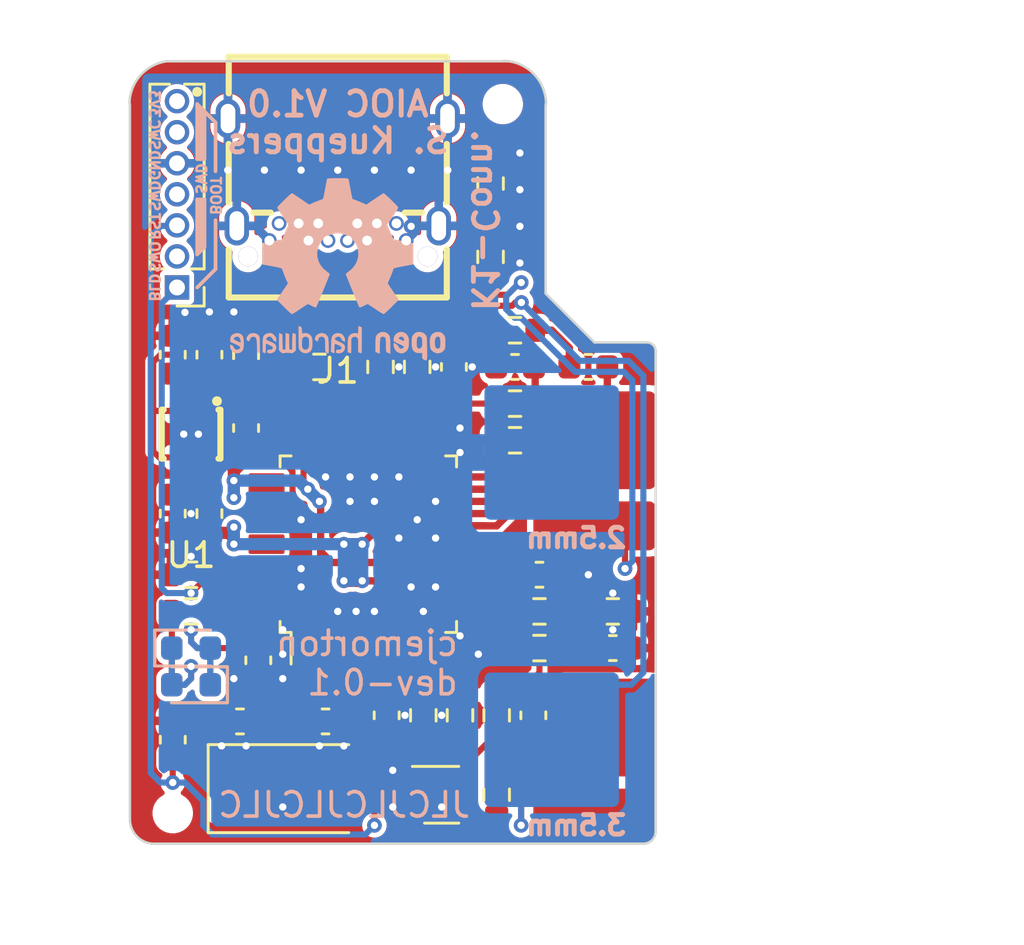
<source format=kicad_pcb>
(kicad_pcb (version 20241229) (generator "pcbnew") (generator_version "9.0")
  (layers (0 "F.Cu" signal) (2 "B.Cu" signal) (13 "F.Paste" user) (15 "B.Paste" user) (5 "F.SilkS" user "F.Silkscreen") (7 "B.SilkS" user "B.Silkscreen") (1 "F.Mask" user) (3 "B.Mask" user) (25 "Edge.Cuts" user))
  (net 0 "")
  (net 1 "GND")
  (net 2 "/OSCIN")
  (net 3 "/OSCOUT")
  (net 4 "Net-(U1-BYP)")
  (net 5 "Net-(U1-VOUT2)")
  (net 6 "Net-(D1-A)")
  (net 7 "Net-(D1-K)")
  (net 10 "/SWCLK")
  (net 11 "Net-(J1-CC2)")
  (net 14 "Net-(J1-CC1)")
  (net 20 "/SWDIO")
  (net 21 "/USB-DP")
  (net 22 "/USB-DN")
  (net 24 "Net-(Q1B-C2)")
  (net 25 "Net-(Q1B-B2)")
  (net 26 "+3V3")
  (net 27 "+3.3VA")
  (net 28 "/VIN")
  (net 29 "/VBUS")
  (net 30 "Net-(C12-Pad1)")
  (net 31 "Net-(C14-Pad1)")
  (net 32 "/USART-RX")
  (net 33 "Net-(Q1A-C1)")
  (net 34 "Net-(Q1A-B1)")
  (net 35 "/USART-TX")
  (net 36 "/PTT1")
  (net 37 "/PTT2")
  (net 38 "/AFIN")
  (net 39 "/RADIO-MIC")
  (net 40 "/RADIO-SPK")
  (net 41 "/AFOUT")
  (net 42 "/RADIO-RX-PTT1")
  (net 43 "/RADIO-TX")
  (net 44 "/RADIO-VP-PTT2")
  (net 45 "/NRST")
  (net 46 "/SWO")
  (net 47 "/BOOT0")
  (net 48 "Net-(U2-PB8)")
  (net 56 "/DAC_ATTEN")
  (footprint "Resistor_SMD:R_0603_1608Metric" (layer "F.Cu") (at 119.75 102 180)
    (property "Reference" "R2" (hide yes))
    (property "Value" "10K")
  )
  (footprint "LED_SMD:LED_0603_1608Metric" (layer "F.Cu") (at 105.5 105 180)
    (property "Reference" "D2" (hide yes))
    (property "Value" "RED")
  )
  (footprint "Capacitor_SMD:C_0603_1608Metric" (layer "F.Cu") (at 118.75 92 180)
    (property "Reference" "C11" (hide yes))
    (property "Value" "10n/NP0")
  )
  (footprint "Resistor_SMD:R_0603_1608Metric" (layer "F.Cu") (at 105.5 102)
    (property "Reference" "R15" (hide yes))
    (property "Value" "220R")
  )
  (footprint "C5178545:TYPE-C-SMD_TYPE-C-24P-QCHT" (layer "F.Cu") (at 111.5 85 180)
    (property "Reference" "J1")
    (property "Value" "HX TYPE-C 24P QCHT")
  )
  (footprint "Capacitor_SMD:C_0603_1608Metric" (layer "F.Cu") (at 107.5 106.5 180)
    (property "Reference" "C1" (hide yes))
    (property "Value" "22p/NP0")
  )
  (footprint "LED_SMD:LED_0603_1608Metric" (layer "F.Cu") (at 105.5 103.5)
    (property "Reference" "D1" (hide yes))
    (property "Value" "GREEN")
  )
  (footprint "Capacitor_SMD:C_0603_1608Metric" (layer "F.Cu") (at 113.5 106.25 -90)
    (property "Reference" "C9" (hide yes))
    (property "Value" "100n")
  )
  (footprint "Capacitor_SMD:C_0603_1608Metric" (layer "F.Cu") (at 122.75 103.5)
    (property "Reference" "C12" (hide yes))
    (property "Value" "100n")
  )
  (footprint "Resistor_SMD:R_0603_1608Metric" (layer "F.Cu") (at 118 109.5 -90)
    (property "Reference" "R13" (hide yes))
    (property "Value" "22R")
  )
  (footprint "Inductor_SMD:L_0603_1608Metric" (layer "F.Cu") (at 107.75 91.5 90)
    (property "Reference" "FB2" (hide yes))
    (property "Value" "600R@100MHz")
  )
  (footprint "Resistor_SMD:R_0603_1608Metric" (layer "F.Cu") (at 114.75 92 -90)
    (property "Reference" "R8" (hide yes))
    (property "Value" "220R")
  )
  (footprint "Resistor_SMD:R_0603_1608Metric" (layer "F.Cu") (at 116.5 106.25 -90)
    (property "Reference" "R11" (hide yes))
    (property "Value" "2.2K")
  )
  (footprint "Resistor_SMD:R_0603_1608Metric" (layer "F.Cu") (at 113.25 92 -90)
    (property "Reference" "R9" (hide yes))
    (property "Value" "220R")
  )
  (footprint "Package_QFP:LQFP-48_7x7mm_P0.5mm" (layer "F.Cu") (at 112.75 99.25 90)
    (property "Reference" "U2" (hide yes))
    (property "Value" "STM32F302CBT6")
  )
  (footprint "Capacitor_SMD:C_0603_1608Metric" (layer "F.Cu") (at 106.25 91.5 90)
    (property "Reference" "C6" (hide yes))
    (property "Value" "4.7u/10V/X5R")
  )
  (footprint "Resistor_SMD:R_0603_1608Metric" (layer "F.Cu") (at 122.75 102 180)
    (property "Reference" "R4" (hide yes))
    (property "Value" "220R")
  )
  (footprint "Inductor_SMD:L_0603_1608Metric" (layer "F.Cu") (at 106.25 98 90)
    (property "Reference" "FB1" (hide yes))
    (property "Value" "600R@100MHz")
  )
  (footprint "Capacitor_SMD:C_0603_1608Metric" (layer "F.Cu") (at 104.75 91.5 90)
    (property "Reference" "C3" (hide yes))
    (property "Value" "100n")
  )
  (footprint "Capacitor_SMD:C_0603_1608Metric" (layer "F.Cu") (at 111 106.5)
    (property "Reference" "C2" (hide yes))
    (property "Value" "22p/NP0")
  )
  (footprint "Resistor_SMD:R_0603_1608Metric" (layer "F.Cu") (at 115 106.25 -90)
    (property "Reference" "R10" (hide yes))
    (property "Value" "2.2K")
  )
  (footprint "Capacitor_SMD:C_0603_1608Metric" (layer "F.Cu") (at 107.75 94.5 90)
    (property "Reference" "C4" (hide yes))
    (property "Value" "4.7u/10V/X5R")
  )
  (footprint "Resistor_SMD:R_0603_1608Metric" (layer "F.Cu") (at 110.75 92)
    (property "Reference" "R1" (hide yes))
    (property "Value" "1.5K")
  )
  (footprint "Capacitor_SMD:C_0603_1608Metric" (layer "F.Cu") (at 104.75 98 -90)
    (property "Reference" "C5" (hide yes))
    (property "Value" "4.7u/10V/X5R")
  )
  (footprint "Package_TO_SOT_SMD:SOT-363_SC-70-6" (layer "F.Cu") (at 115.75 109.5)
    (property "Reference" "Q1" (hide yes))
    (property "Value" "BC847BS")
  )
  (footprint "Capacitor_SMD:C_0603_1608Metric" (layer "F.Cu") (at 121.75 92)
    (property "Reference" "C14" (hide yes))
    (property "Value" "4.7u/10V/X5R")
  )
  (footprint "Resistor_SMD:R_0603_1608Metric" (layer "F.Cu") (at 119.75 103.5 180)
    (property "Reference" "R17" (hide yes))
    (property "Value" "N.M.")
  )
  (footprint "Resistor_SMD:R_0603_1608Metric" (layer "F.Cu") (at 118.75 90.5)
    (property "Reference" "R5" (hide yes))
    (property "Value" "2.2K")
  )
  (footprint "Capacitor_SMD:C_0603_1608Metric" (layer "F.Cu") (at 104.75 107.25 90)
    (property "Reference" "C15" (hide yes))
    (property "Value" "100n")
  )
  (footprint "Capacitor_SMD:C_0603_1608Metric" (layer "F.Cu") (at 119.75 100.5)
    (property "Reference" "C7" (hide yes))
    (property "Value" "4.7u/10V/X5R")
  )
  (footprint "Connector_PinHeader_1.27mm:PinHeader_1x07_P1.27mm_Vertical" (layer "F.Cu") (at 104.925 88.75 180)
    (property "Reference" "J2" (hide yes))
    (property "Value" "Conn_01x07_Male")
  )
  (footprint "Capacitor_SMD:C_0603_1608Metric" (layer "F.Cu") (at 108.25 104 -90)
    (property "Reference" "C8" (hide yes))
    (property "Value" "100n")
  )
  (footprint "C144168:MLF-8_L2.0-W2.0-P0.50-BL-EP" (layer "F.Cu") (at 105.5 94.75 180)
    (property "Reference" "U1")
    (property "Value" "MIC5330-SSYML-TR")
  )
  (footprint "Resistor_SMD:R_0603_1608Metric" (layer "F.Cu") (at 118.75 93.5)
    (property "Reference" "R16" (hide yes))
    (property "Value" "5.1K")
  )
  (footprint "Resistor_SMD:R_0603_1608Metric" (layer "F.Cu") (at 118.75 95)
    (property "Reference" "R3" (hide yes))
    (property "Value" "5.1K")
  )
  (footprint "AIOC:TOOLING-HOLE" (layer "F.Cu") (at 104.75 110.25)
    (property "Reference" "H2" (hide yes))
    (property "Value" "ToolingHole")
  )
  (footprint "Capacitor_SMD:C_0603_1608Metric" (layer "F.Cu") (at 116.25 92 90)
    (property "Reference" "C10" (hide yes))
    (property "Value" "4.7u/10V/X5R")
  )
  (footprint "Resistor_SMD:R_0603_1608Metric" (layer "F.Cu") (at 105.5 100.5)
    (property "Reference" "R14" (hide yes))
    (property "Value" "2.2K")
  )
  (footprint "Resistor_SMD:R_0603_1608Metric" (layer "F.Cu") (at 117.75 84.5 -90)
    (property "Reference" "R6" (hide yes))
    (property "Value" "5.1K")
  )
  (footprint "AIOC:TOOLING-HOLE" (layer "F.Cu") (at 118.25 81.25)
    (property "Reference" "H1" (hide yes))
    (property "Value" "ToolingHole")
  )
  (footprint "Capacitor_SMD:C_0603_1608Metric" (layer "F.Cu") (at 119.5 106.25 -90)
    (property "Reference" "C13" (hide yes))
    (property "Value" "4.7u/10V/X5R")
  )
  (footprint "AIOC:Crystal_SMD_5032-2Pin_5.0x3.2mm" (layer "F.Cu") (at 109.25 109.25)
    (property "Reference" "Y1" (hide yes))
    (property "Value" "8MHz/20pF")
  )
  (footprint "Resistor_SMD:R_0603_1608Metric" (layer "F.Cu") (at 118 106.25 -90)
    (property "Reference" "R12" (hide yes))
    (property "Value" "22R")
  )
  (footprint "Resistor_SMD:R_0603_1608Metric" (layer "F.Cu") (at 117.75 87.5 90)
    (property "Reference" "R7" (hide yes))
    (property "Value" "5.1K")
  )
  (footprint "LED_SMD:LED_0603_1608Metric" (layer "B.Cu") (at 105.5 105 180)
    (property "Reference" "D4" (hide yes))
    (property "Value" "N.M.")
  )
  (footprint "LED_SMD:LED_0603_1608Metric" (layer "B.Cu") (at 105.5 103.5)
    (property "Reference" "D3" (hide yes))
    (property "Value" "N.M.")
  )
  (footprint "Symbol:OSHW-Logo2_9.8x8mm_SilkScreen" (layer "B.Cu") (at 111.5 88 180)
    (property "Reference" "REF**" (hide yes))
    (property "Value" "OSHW-Logo2_9.8x8mm_SilkScreen" (hide yes))
  )
  (gr_circle (center 105.75 80.75) (end 105.85 80.75) (stroke (width 0.2)) (fill no) (layer "F.SilkS"))
  (gr_line (start 105.9 85.15) (end 105.9 87.25) (stroke (width 0.15)) (layer "B.SilkS"))
  (gr_line (start 105.75 87.4) (end 105.75 85.15) (stroke (width 0.15)) (layer "B.SilkS"))
  (gr_line (start 105.75 85.15) (end 106.05 85.15) (stroke (width 0.15)) (layer "B.SilkS"))
  (gr_line (start 105.75 88.75) (end 106.5 88) (stroke (width 0.15)) (layer "B.SilkS"))
  (gr_line (start 105.75 81.25) (end 106.5 82) (stroke (width 0.15)) (layer "B.SilkS"))
  (gr_line (start 105.75 83.5) (end 105.75 81.25) (stroke (width 0.15)) (layer "B.SilkS"))
  (gr_line (start 106.5 82) (end 106.5 84) (stroke (width 0.15)) (layer "B.SilkS"))
  (gr_line (start 105.75 83.5) (end 106.05 83.5) (stroke (width 0.15)) (layer "B.SilkS"))
  (gr_line (start 106.5 88) (end 106.5 86) (stroke (width 0.15)) (layer "B.SilkS"))
  (gr_line (start 106.05 87.1) (end 106.05 85.15) (stroke (width 0.15)) (layer "B.SilkS"))
  (gr_line (start 105.75 87.4) (end 106.05 87.1) (stroke (width 0.15)) (layer "B.SilkS"))
  (gr_line (start 105.9 81.4) (end 105.9 83.5) (stroke (width 0.15)) (layer "B.SilkS"))
  (gr_line (start 106.05 83.5) (end 106.05 81.55) (stroke (width 0.15)) (layer "B.SilkS"))
  (gr_line (start 120 89) (end 120 81.25) (stroke (width 0.1)) (layer "Edge.Cuts"))
  (gr_line (start 103 110.5) (end 103 81.25) (stroke (width 0.1)) (layer "Edge.Cuts"))
  (gr_line (start 122 91) (end 124.1464 91) (stroke (width 0.1)) (layer "Edge.Cuts"))
  (gr_line (start 124.5 91.360455) (end 124.5 111) (stroke (width 0.1)) (layer "Edge.Cuts"))
  (gr_line (start 124 111.5) (end 103.895124 111.5) (stroke (width 0.1)) (layer "Edge.Cuts"))
  (gr_arc (start 124.5 111) (mid 124.353553 111.353553) (end 124 111.5) (stroke (width 0.1)) (layer "Edge.Cuts"))
  (gr_line (start 122 91) (end 120 89) (stroke (width 0.1)) (layer "Edge.Cuts"))
  (gr_arc (start 118.25 79.482233) (mid 119.5 80) (end 120.017767 81.25) (stroke (width 0.1)) (layer "Edge.Cuts"))
  (gr_arc (start 102.982233 81.25) (mid 103.414533 80.091756) (end 104.5 79.5) (stroke (width 0.1)) (layer "Edge.Cuts"))
  (gr_line (start 105.5 79.5) (end 118.5 79.5) (stroke (width 0.1)) (layer "Edge.Cuts"))
  (gr_arc (start 124.146447 91) (mid 124.396447 91.103553) (end 124.5 91.353553) (stroke (width 0.1)) (layer "Edge.Cuts"))
  (gr_line (start 105.75 79.5) (end 104.5 79.5) (stroke (width 0.1)) (layer "Edge.Cuts"))
  (gr_arc (start 103.89512 111.5) (mid 103.256467 111.171051) (end 103 110.5) (stroke (width 0.1)) (layer "Edge.Cuts"))
  (gr_text "RST" (at 104 86.25 270) (layer "B.SilkS") (effects (font (size 0.4 0.4) (thickness 0.1)) (justify mirror)))
  (gr_text "SWD" (at 104 85 270) (layer "B.SilkS") (effects (font (size 0.4 0.4) (thickness 0.1)) (justify mirror)))
  (gr_text "SWO" (at 104 87.5 270) (layer "B.SilkS") (effects (font (size 0.4 0.4) (thickness 0.1)) (justify mirror)))
  (gr_text "GND" (at 104 83.75 270) (layer "B.SilkS") (effects (font (size 0.4 0.4) (thickness 0.1)) (justify mirror)))
  (gr_text "JLCJLCJLCJLC" (at 117 110.5 0) (layer "B.SilkS") (effects (font (size 1 1)) (justify left bottom mirror)))
  (gr_text "BLD" (at 104 88.75 270) (layer "B.SilkS") (effects (font (size 0.4 0.4) (thickness 0.1)) (justify mirror)))
  (gr_text "3V3" (at 104 81.25 270) (layer "B.SilkS") (effects (font (size 0.4 0.4) (thickness 0.1)) (justify mirror)))
  (gr_text "AIOC V1.0" (at 111.5 81.25 0) (layer "B.SilkS") (effects (font (size 1 1) (thickness 0.2)) (justify mirror)))
  (gr_text "3.5mm" (at 121.25 110.75 0) (layer "B.SilkS") (effects (font (size 0.8 0.8) (thickness 0.2)) (justify mirror)))
  (gr_text "SWD" (at 105.9 84.3 270) (layer "B.SilkS") (effects (font (size 0.4 0.4) (thickness 0.1)) (justify mirror)))
  (gr_text "S. Kueppers" (at 111.5 82.75 0) (layer "B.SilkS") (effects (font (size 1 1) (thickness 0.2)) (justify mirror)))
  (gr_text "K1-Conn." (at 117.5 86 270) (layer "B.SilkS") (effects (font (size 1 1) (thickness 0.2)) (justify mirror)))
  (gr_text "cjemorton\ndev-0.1" (at 116.5 105.5 0) (layer "B.SilkS") (effects (font (size 1 1)) (justify left bottom mirror)))
  (gr_text "2.5mm" (at 121.25 99 0) (layer "B.SilkS") (effects (font (size 0.8 0.8) (thickness 0.2)) (justify mirror)))
  (gr_text "SWC" (at 104 82.5 270) (layer "B.SilkS") (effects (font (size 0.4 0.4) (thickness 0.1)) (justify mirror)))
  (gr_text "BOOT" (at 106.5 85 270) (layer "B.SilkS") (effects (font (size 0.4 0.4) (thickness 0.1)) (justify mirror)))
  (segment (start 108.75 89.02) (end 108.75 88.416813) (width 0.25) (layer "F.Cu") (net 1))
  (segment (start 113.5 102.5) (end 113.5 103.4125) (width 0.3) (layer "F.Cu") (net 1))
  (segment (start 105.75 93.775) (end 105.75 94.7) (width 0.25) (layer "F.Cu") (net 1))
  (segment (start 123.525 103.5) (end 123.525 102.05) (width 0.3) (layer "F.Cu") (net 1))
  (segment (start 113 102) (end 113.5 102.5) (width 0.3) (layer "F.Cu") (net 1))
  (segment (start 105.75 94.7) (end 105.8 94.75) (width 0.25) (layer "F.Cu") (net 1))
  (segment (start 109.5 101.5) (end 110 101) (width 0.3) (layer "F.Cu") (net 1))
  (segment (start 114.5 87.916813) (end 114.25 88.166813) (width 0.25) (layer "F.Cu") (net 1))
  (segment (start 114.25 89.02) (end 114.25 88.166813) (width 0.25) (layer "F.Cu") (net 1))
  (segment (start 123.525 102.05) (end 123.575 102) (width 0.25) (layer "F.Cu") (net 1))
  (segment (start 108.5875 101.5) (end 109.5 101.5) (width 0.3) (layer "F.Cu") (net 1))
  (via (at 114.25 106.25) (size 0.6) (drill 0.3) (layers "F.Cu" "B.Cu") (net 1))
  (via (at 115.5 97.5) (size 0.6) (drill 0.3) (layers "F.Cu" "B.Cu") (net 1))
  (via (at 113.00027 83.951369) (size 0.6) (drill 0.3) (layers "F.Cu" "B.Cu") (net 1))
  (via (at 105.8 94.75) (size 0.6) (drill 0.3) (layers "F.Cu" "B.Cu") (net 1))
  (via (at 116.5 94.5) (size 0.6) (drill 0.3) (layers "F.Cu" "B.Cu") (net 1))
  (via (at 118.95 83.25) (size 0.6) (drill 0.3) (layers "F.Cu" "B.Cu") (net 1))
  (via (at 107.75 107.5) (size 0.6) (drill 0.3) (layers "F.Cu" "B.Cu") (net 1))
  (via (at 115 102) (size 0.6) (drill 0.3) (layers "F.Cu" "B.Cu") (net 1))
  (via (at 113 96.5) (size 0.6) (drill 0.3) (layers "F.Cu" "B.Cu") (net 1))
  (via (at 110 100.25) (size 0.6) (drill 0.3) (layers "F.Cu" "B.Cu") (net 1))
  (via (at 118.95 84.75) (size 0.6) (drill 0.3) (layers "F.Cu" "B.Cu") (net 1))
  (via (at 109.25 103.75) (size 0.6) (drill 0.3) (layers "F.Cu" "B.Cu") (net 1))
  (via (at 112.25 102) (size 0.6) (drill 0.3) (layers "F.Cu" "B.Cu") (net 1))
  (via (at 107.25 89.75) (size 0.6) (drill 0.3) (layers "F.Cu" "B.Cu") (net 1))
  (via (at 113.75 110) (size 0.6) (drill 0.3) (layers "F.Cu" "B.Cu") (net 1))
  (via (at 110.75 107.5) (size 0.6) (drill 0.3) (layers "F.Cu" "B.Cu") (net 1))
  (via (at 112 97.5) (size 0.6) (drill 0.3) (layers "F.Cu" "B.Cu") (net 1))
  (via (at 105.25 89.769502) (size 0.6) (drill 0.3) (layers "F.Cu" "B.Cu") (net 1))
  (via (at 105.5 98) (size 0.6) (drill 0.3) (layers "F.Cu" "B.Cu") (net 1))
  (via (at 110 98.25) (size 0.6) (drill 0.3) (layers "F.Cu" "B.Cu") (net 1))
  (via (at 114 99) (size 0.6) (drill 0.3) (layers "F.Cu" "B.Cu") (net 1))
  (via (at 116.00027 83.951369) (size 0.6) (drill 0.3) (layers "F.Cu" "B.Cu") (net 1))
  (via (at 117 92) (size 0.6) (drill 0.3) (layers "F.Cu" "B.Cu") (net 1))
  (via (at 109.25 102.75) (size 0.6) (drill 0.3) (layers "F.Cu" "B.Cu") (net 1))
  (via (at 114.5 101) (size 0.6) (drill 0.3) (layers "F.Cu" "B.Cu") (net 1))
  (via (at 107 83.95) (size 0.6) (drill 0.3) (layers "F.Cu" "B.Cu") (net 1))
  (via (at 105.5 99.75) (size 0.6) (drill 0.3) (layers "F.Cu" "B.Cu") (net 1))
  (via (at 117.25 103.75) (size 0.6) (drill 0.3) (layers "F.Cu" "B.Cu") (net 1))
  (via (at 110 101) (size 0.6) (drill 0.3) (layers "F.Cu" "B.Cu") (net 1))
  (via (at 106.75 107.5) (size 0.6) (drill 0.3) (layers "F.Cu" "B.Cu") (net 1))
  (via (at 114 92) (size 0.6) (drill 0.3) (layers "F.Cu" "B.Cu") (net 1))
  (via (at 113 97.5) (size 0.6) (drill 0.3) (layers "F.Cu" "B.Cu") (net 1))
  (via (at 113 102) (size 0.6) (drill 0.3) (layers "F.Cu" "B.Cu") (net 1))
  (via (at 106.25 89.75) (size 0.6) (drill 0.3) (layers "F.Cu" "B.Cu") (net 1))
  (via (at 114.5 86.25) (size 0.6) (drill 0.3) (layers "F.Cu" "B.Cu") (net 1))
  (via (at 107.25 104.75) (size 0.6) (drill 0.3) (layers "F.Cu" "B.Cu") (net 1))
  (via (at 121.75 100.5) (size 0.6) (drill 0.3) (layers "F.Cu" "B.Cu") (net 1))
  (via (at 116.5 95.5) (size 0.6) (drill 0.3) (layers "F.Cu" "B.Cu") (net 1))
  (via (at 111.75 107.502432) (size 0.6) (drill 0.3) (layers "F.Cu" "B.Cu") (net 1))
  (via (at 114.75 98.25) (size 0.6) (drill 0.3) (layers "F.Cu" "B.Cu") (net 1))
  (via (at 115.75 110) (size 0.6) (drill 0.3) (layers "F.Cu" "B.Cu") (net 1))
  (via (at 114 96.5) (size 0.6) (drill 0.3) (layers "F.Cu" "B.Cu") (net 1))
  (via (at 113.75 108.5) (size 0.6) (drill 0.3) (layers "F.Cu" "B.Cu") (net 1))
  (via (at 114.4994 83.950576) (size 0.6) (drill 0.3) (layers "F.Cu" "B.Cu") (net 1))
  (via (at 112 96.5) (size 0.6) (drill 0.3) (layers "F.Cu" "B.Cu") (net 1))
  (via (at 108.50027 83.951369) (size 0.6) (drill 0.3) (layers "F.Cu" "B.Cu") (net 1))
  (via (at 105.2 94.75) (size 0.6) (drill 0.3) (layers "F.Cu" "B.Cu") (net 1))
  (via (at 116.5 103) (size 0.6) (drill 0.3) (layers "F.Cu" "B.Cu") (net 1))
  (via (at 111.50027 83.951369) (size 0.6) (drill 0.3) (layers "F.Cu" "B.Cu") (net 1))
  (via (at 122.75 101.25) (size 0.6) (drill 0.3) (layers "F.Cu" "B.Cu") (net 1))
  (via (at 115.5 99) (size 0.6) (drill 0.3) (layers "F.Cu" "B.Cu") (net 1))
  (via (at 109.25 110) (size 0.6) (drill 0.3) (layers "F.Cu" "B.Cu") (net 1))
  (via (at 111 96.5) (size 0.6) (drill 0.3) (layers "F.Cu" "B.Cu") (net 1))
  (via (at 115.5 101) (size 0.6) (drill 0.3) (layers "F.Cu" "B.Cu") (net 1))
  (via (at 111.5 102) (size 0.6) (drill 0.3) (layers "F.Cu" "B.Cu") (net 1))
  (via (at 118.95 86.25) (size 0.6) (drill 0.3) (layers "F.Cu" "B.Cu") (net 1))
  (via (at 109.25 104.75) (size 0.6) (drill 0.3) (layers "F.Cu" "B.Cu") (net 1))
  (via (at 115.5 92) (size 0.6) (drill 0.3) (layers "F.Cu" "B.Cu") (net 1))
  (via (at 118.95 87.75) (size 0.6) (drill 0.3) (layers "F.Cu" "B.Cu") (net 1))
  (via (at 110.00027 83.951369) (size 0.6) (drill 0.3) (layers "F.Cu" "B.Cu") (net 1))
  (via (at 122.75 102.75) (size 0.6) (drill 0.3) (layers "F.Cu" "B.Cu") (net 1))
  (via (at 115.75 106.25) (size 0.6) (drill 0.3) (layers "F.Cu" "B.Cu") (net 1))
  (segment (start 108.75 107.5) (end 108.75 109) (width 0.25) (layer "F.Cu") (net 2))
  (segment (start 108.5 109.25) (end 107.4 109.25) (width 0.25) (layer "F.Cu") (net 2))
  (segment (start 108.863604 106.5) (end 108.472183 106.5) (width 0.25) (layer "F.Cu") (net 2))
  (segment (start 108.275 106.75) (end 108.275 107.025) (width 0.25) (layer "F.Cu") (net 2))
  (segment (start 110.363604 105) (end 108.863604 106.5) (width 0.25) (layer "F.Cu") (net 2))
  (segment (start 112 104.363604) (end 111.363604 105) (width 0.25) (layer "F.Cu") (net 2))
  (segment (start 108.75 109) (end 108.5 109.25) (width 0.25) (layer "F.Cu") (net 2))
  (segment (start 112 103.4125) (end 112 104.363604) (width 0.25) (layer "F.Cu") (net 2))
  (segment (start 108.275 107.025) (end 108.75 107.5) (width 0.25) (layer "F.Cu") (net 2))
  (segment (start 111.363604 105) (end 110.363604 105) (width 0.25) (layer "F.Cu") (net 2))
  (segment (start 108.525 106.5) (end 108.275 106.75) (width 0.25) (layer "F.Cu") (net 2))
  (segment (start 112.5 104.5) (end 111.55 105.45) (width 0.25) (layer "F.Cu") (net 3))
  (segment (start 109.75 107.5) (end 109.75 109) (width 0.25) (layer "F.Cu") (net 3))
  (segment (start 110.225 107.025) (end 109.75 107.5) (width 0.25) (layer "F.Cu") (net 3))
  (segment (start 112.5 103.4125) (end 112.5 104.5) (width 0.25) (layer "F.Cu") (net 3))
  (segment (start 110.225 105.775) (end 110.225 107.025) (width 0.25) (layer "F.Cu") (net 3))
  (segment (start 110 109.25) (end 111.1 109.25) (width 0.25) (layer "F.Cu") (net 3))
  (segment (start 111.55 105.45) (end 110.55 105.45) (width 0.25) (layer "F.Cu") (net 3))
  (segment (start 110.55 105.45) (end 110.225 105.775) (width 0.25) (layer "F.Cu") (net 3))
  (segment (start 109.75 109) (end 110 109.25) (width 0.25) (layer "F.Cu") (net 3))
  (segment (start 105.25 93.775) (end 105.25 93.25) (width 0.25) (layer "F.Cu") (net 4))
  (segment (start 105.25 93.25) (end 104.75 92.75) (width 0.25) (layer "F.Cu") (net 4))
  (segment (start 104.75 92.75) (end 104.75 92.275) (width 0.25) (layer "F.Cu") (net 4))
  (segment (start 105.5 96.5) (end 105.5 97.175) (width 0.25) (layer "F.Cu") (net 5))
  (segment (start 105.75 95.725) (end 105.75 96.25) (width 0.25) (layer "F.Cu") (net 5))
  (segment (start 105.5 97.175) (end 105.5375 97.2125) (width 0.25) (layer "F.Cu") (net 5))
  (segment (start 106.25 97.2125) (end 105.5375 97.2125) (width 0.5) (layer "F.Cu") (net 5))
  (segment (start 105.5375 97.2125) (end 104.7625 97.2125) (width 0.5) (layer "F.Cu") (net 5))
  (segment (start 104.7625 97.2125) (end 104.75 97.225) (width 0.5) (layer "F.Cu") (net 5))
  (segment (start 105.75 96.25) (end 105.5 96.5) (width 0.25) (layer "F.Cu") (net 5))
  (segment (start 106.2875 105.05) (end 106.2875 103.55) (width 0.25) (layer "F.Cu") (net 6))
  (segment (start 107 103.5) (end 106.2875 103.5) (width 0.25) (layer "F.Cu") (net 6))
  (segment (start 107.25 103.25) (end 107 103.5) (width 0.25) (layer "F.Cu") (net 6))
  (segment (start 107.25 102.286396) (end 107.25 103.25) (width 0.25) (layer "F.Cu") (net 6))
  (segment (start 105.75 103.5) (end 106.2875 103.5) (width 0.25) (layer "F.Cu") (net 6))
  (segment (start 105.5 103.25) (end 105.75 103.5) (width 0.25) (layer "F.Cu") (net 6))
  (segment (start 107.525 102.011396) (end 107.25 102.286396) (width 0.25) (layer "F.Cu") (net 6))
  (segment (start 105.5 102.75) (end 105.5 103.25) (width 0.25) (layer "F.Cu") (net 6))
  (segment (start 107.525 101.111396) (end 107.525 102.011396) (width 0.25) (layer "F.Cu") (net 6))
  (segment (start 108.5875 101) (end 107.636396 101) (width 0.25) (layer "F.Cu") (net 6))
  (segment (start 107.636396 101) (end 107.525 101.111396) (width 0.25) (layer "F.Cu") (net 6))
  (via (at 105.5 102.75) (size 0.6) (drill 0.3) (layers "F.Cu" "B.Cu") (net 6))
  (segment (start 106.2875 103.5) (end 106.2875 105) (width 0.25) (layer "B.Cu") (net 6))
  (segment (start 105.5 102.75) (end 105.5 103.25) (width 0.25) (layer "B.Cu") (net 6))
  (segment (start 105.75 103.5) (end 106.2875 103.5) (width 0.25) (layer "B.Cu") (net 6))
  (segment (start 105.5 103.25) (end 105.75 103.5) (width 0.25) (layer "B.Cu") (net 6))
  (segment (start 105.25 105) (end 104.7125 105) (width 0.25) (layer "F.Cu") (net 7))
  (segment (start 105.5 104.75) (end 105.25 105) (width 0.25) (layer "F.Cu") (net 7))
  (segment (start 104.7125 105.05) (end 104.7125 102.0875) (width 0.25) (layer "F.Cu") (net 7))
  (segment (start 105.5 104.25) (end 105.5 104.75) (width 0.25) (layer "F.Cu") (net 7))
  (segment (start 104.7125 102.0875) (end 104.675 102.05) (width 0.25) (layer "F.Cu") (net 7))
  (via (at 105.5 104.25) (size 0.6) (drill 0.3) (layers "F.Cu" "B.Cu") (net 7))
  (segment (start 104.7125 103.5) (end 104.7125 105) (width 0.25) (layer "B.Cu") (net 7))
  (segment (start 105.25 105) (end 104.7125 105) (width 0.25) (layer "B.Cu") (net 7))
  (segment (start 105.5 104.75) (end 105.25 105) (width 0.25) (layer "B.Cu") (net 7))
  (segment (start 105.5 104.25) (end 105.5 104.75) (width 0.25) (layer "B.Cu") (net 7))
  (segment (start 111.575 92.625) (end 111.575 92) (width 0.25) (layer "F.Cu") (net 21))
  (segment (start 111.35 93.25) (end 111.35 92.85) (width 0.25) (layer "F.Cu") (net 21))
  (segment (start 111.35 92.85) (end 111.575 92.625) (width 0.25) (layer "F.Cu") (net 21))
  (segment (start 111.5 95.0875) (end 111.5 93.4) (width 0.3) (layer "F.Cu") (net 21))
  (segment (start 111.5 93.4) (end 111.35 93.25) (width 0.3) (layer "F.Cu") (net 21))
  (segment (start 117.1625 110.75) (end 117.5 110.4125) (width 0.25) (layer "F.Cu") (net 24))
  (segment (start 114.8 110.15) (end 114.8 110.55) (width 0.25) (layer "F.Cu") (net 24))
  (segment (start 114.8 110.55) (end 115 110.75) (width 0.25) (layer "F.Cu") (net 24))
  (segment (start 115 110.75) (end 117.1625 110.75) (width 0.25) (layer "F.Cu") (net 24))
  (segment (start 117.5 110.4125) (end 118 110.4125) (width 0.25) (layer "F.Cu") (net 24))
  (segment (start 116.7 109.5) (end 116.310661 109.5) (width 0.25) (layer "F.Cu") (net 25))
  (segment (start 116 109.189339) (end 116 108.25) (width 0.25) (layer "F.Cu") (net 25))
  (segment (start 116.5 107.075) (end 116.5 107.75) (width 0.25) (layer "F.Cu") (net 25))
  (segment (start 116.310661 109.5) (end 116 109.189339) (width 0.25) (layer "F.Cu") (net 25))
  (segment (start 116.5 107.75) (end 116 108.25) (width 0.25) (layer "F.Cu") (net 25))
  (segment (start 110.1 96.85) (end 110.75 97.5) (width 0.25) (layer "F.Cu") (net 26))
  (segment (start 110 102.25) (end 110.5 101.75) (width 0.3) (layer "F.Cu") (net 26))
  (segment (start 110.8 99.3) (end 110.8 101.45) (width 0.3) (layer "F.Cu") (net 26))
  (segment (start 108.25 102.75) (end 108.5875 102.4125) (width 0.25) (layer "F.Cu") (net 26))
  (segment (start 106.525 95.725) (end 107 95.25) (width 0.25) (layer "F.Cu") (net 26))
  (segment (start 110.25 102) (end 108.5875 102) (width 0.3) (layer "F.Cu") (net 26))
  (segment (start 110.8 99.55) (end 110.8 99.3) (width 0.3) (layer "F.Cu") (net 26))
  (segment (start 107.25 96.25) (end 107.75 95.75) (width 0.5) (layer "F.Cu") (net 26))
  (segment (start 107.725 95.25) (end 107.75 95.275) (width 0.25) (layer "F.Cu") (net 26))
  (segment (start 118 100) (end 116.9125 100) (width 0.3) (layer "F.Cu") (net 26))
  (segment (start 110 95.0875) (end 110 95.972919) (width 0.25) (layer "F.Cu") (net 26))
  (segment (start 108.6 92.65) (end 109.25 92) (width 0.25) (layer "F.Cu") (net 26))
  (segment (start 110.2745 97) (end 110.8 97.5255) (width 0.3) (layer "F.Cu") (net 26))
  (segment (start 116.9125 100) (end 111.25 100) (width 0.3) (layer "F.Cu") (net 26))
  (segment (start 111.25 100) (end 110.8 99.55) (width 0.3) (layer "F.Cu") (net 26))
  (segment (start 107.25 97.35) (end 107.25 96.25) (width 0.5) (layer "F.Cu") (net 26))
  (segment (start 110.8 97.5255) (end 110.8 99.3) (width 0.3) (layer "F.Cu") (net 26))
  (segment (start 106.25 95.725) (end 106.525 95.725) (width 0.25) (layer "F.Cu") (net 26))
  (segment (start 107.75 95.75) (end 107.75 95.275) (width 0.5) (layer "F.Cu") (net 26))
  (segment (start 118.5 100.5) (end 118 100) (width 0.3) (layer "F.Cu") (net 26))
  (segment (start 108.25 95.275) (end 108.6 94.925) (width 0.25) (layer "F.Cu") (net 26))
  (segment (start 110.5 101.75) (end 110.25 102) (width 0.3) (layer "F.Cu") (net 26))
  (segment (start 118.975 100.5) (end 118.5 100.5) (width 0.3) (layer "F.Cu") (net 26))
  (segment (start 110 95.972919) (end 110.1 96.072919) (width 0.25) (layer "F.Cu") (net 26))
  (segment (start 108.25 103.225) (end 108.25 102.75) (width 0.25) (layer "F.Cu") (net 26))
  (segment (start 107 95.25) (end 107.725 95.25) (width 0.25) (layer "F.Cu") (net 26))
  (segment (start 110 103.4125) (end 110 102.25) (width 0.3) (layer "F.Cu") (net 26))
  (segment (start 110.8 101.45) (end 110.5 101.75) (width 0.3) (layer "F.Cu") (net 26))
  (segment (start 107.75 95.275) (end 108.25 95.275) (width 0.25) (layer "F.Cu") (net 26))
  (segment (start 109.25 92) (end 109.925 92) (width 0.25) (layer "F.Cu") (net 26))
  (segment (start 108.6 94.925) (end 108.6 92.65) (width 0.25) (layer "F.Cu") (net 26))
  (segment (start 110.1 96.072919) (end 110.1 96.85) (width 0.25) (layer "F.Cu") (net 26))
  (segment (start 108.5875 102.4125) (end 108.5875 102) (width 0.25) (layer "F.Cu") (net 26))
  (via (at 110.2745 97) (size 0.6) (drill 0.3) (layers "F.Cu" "B.Cu") (net 26))
  (via (at 110.75 97.5) (size 0.6) (drill 0.3) (layers "F.Cu" "B.Cu") (net 26))
  (via (at 107.25 96.65) (size 0.6) (drill 0.3) (layers "F.Cu" "B.Cu") (net 26))
  (via (at 107.25 97.35) (size 0.6) (drill 0.3) (layers "F.Cu" "B.Cu") (net 26))
  (segment (start 110.2745 97) (end 110.25 97) (width 0.5) (layer "B.Cu") (net 26))
  (segment (start 107.25 96.65) (end 107.25 97.35) (width 0.5) (layer "B.Cu") (net 26))
  (segment (start 110.25 97) (end 110.75 97.5) (width 0.5) (layer "B.Cu") (net 26))
  (segment (start 107.25 96.65) (end 109.9 96.65) (width 0.5) (layer "B.Cu") (net 26))
  (segment (start 109.9 96.65) (end 110.75 97.5) (width 0.5) (layer "B.Cu") (net 26))
  (segment (start 107.25 98.55) (end 107.25 99) (width 0.5) (layer "F.Cu") (net 27))
  (segment (start 115.25 96.5) (end 116.9125 96.5) (width 0.3) (layer "F.Cu") (net 27))
  (segment (start 112.5 100.75) (end 113 100.75) (width 0.3) (layer "F.Cu") (net 27))
  (segment (start 112.5 100.75) (end 111.75 100.75) (width 0.5) (layer "F.Cu") (net 27))
  (segment (start 117.925 93.5) (end 116.25 93.5) (width 0.25) (layer "F.Cu") (net 27))
  (segment (start 114 103.4125) (end 114 104.5) (width 0.3) (layer "F.Cu") (net 27))
  (segment (start 115.5 95.0875) (end 115.5 96.25) (width 0.3) (layer "F.Cu") (net 27))
  (segment (start 113 100.75) (end 114 101.75) (width 0.3) (layer "F.Cu") (net 27))
  (segment (start 107.0375 98.7875) (end 107.25 99) (width 0.5) (layer "F.Cu") (net 27))
  (segment (start 115.25 96.5) (end 113.25 98.5) (width 0.3) (layer "F.Cu") (net 27))
  (segment (start 116.25 93.5) (end 116.25 92.8625) (width 0.3) (layer "F.Cu") (net 27))
  (segment (start 112.5 99.25) (end 111.75 99.25) (width 0.5) (layer "F.Cu") (net 27))
  (segment (start 113.25 98.5) (end 112.5 99.25) (width 0.3) (layer "F.Cu") (net 27))
  (segment (start 113.5 105) (end 113.5 105.3875) (width 0.3) (layer "F.Cu") (net 27))
  (segment (start 115.5 95.0875) (end 115.5 94.25) (width 0.3) (layer "F.Cu") (net 27))
  (segment (start 114 101.75) (end 114 103.4125) (width 0.3) (layer "F.Cu") (net 27))
  (segment (start 106.25 98.7875) (end 107.0375 98.7875) (width 0.5) (layer "F.Cu") (net 27))
  (segment (start 107.25 99) (end 107.25 99.25) (width 0.5) (layer "F.Cu") (net 27))
  (segment (start 115.5 94.25) (end 116.25 93.5) (width 0.3) (layer "F.Cu") (net 27))
  (segment (start 114 104.5) (end 113.5 105) (width 0.3) (layer "F.Cu") (net 27))
  (segment (start 115.5 96.25) (end 115.25 96.5) (width 0.3) (layer "F.Cu") (net 27))
  (via (at 111.75 99.25) (size 0.6) (drill 0.3) (layers "F.Cu" "B.Cu") (net 27))
  (via (at 112.5 99.25) (size 0.6) (drill 0.3) (layers "F.Cu" "B.Cu") (net 27))
  (via (at 107.25 99.25) (size 0.6) (drill 0.3) (layers "F.Cu" "B.Cu") (net 27))
  (via (at 111.75 100.75) (size 0.6) (drill 0.3) (layers "F.Cu" "B.Cu") (net 27))
  (via (at 107.25 98.55) (size 0.6) (drill 0.3) (layers "F.Cu" "B.Cu") (net 27))
  (via (at 112.5 100.75) (size 0.6) (drill 0.3) (layers "F.Cu" "B.Cu") (net 27))
  (segment (start 112.5 99.25) (end 112.5 100.75) (width 0.5) (layer "B.Cu") (net 27))
  (segment (start 107.25 99.25) (end 107.25 98.55) (width 0.5) (layer "B.Cu") (net 27))
  (segment (start 112.1 99.25) (end 112.1 100.75) (width 0.5) (layer "B.Cu") (net 27))
  (segment (start 111.75 99.25) (end 111.75 100.75) (width 0.5) (layer "B.Cu") (net 27))
  (segment (start 111.75 99.25) (end 107.25 99.25) (width 0.5) (layer "B.Cu") (net 27))
  (segment (start 111.75 99.25) (end 112.5 99.25) (width 0.5) (layer "B.Cu") (net 27))
  (segment (start 104.2 95.7) (end 103.95 95.45) (width 0.25) (layer "F.Cu") (net 28))
  (segment (start 103.95 91.8) (end 104.25 91.5) (width 0.25) (layer "F.Cu") (net 28))
  (segment (start 103.95 93.7) (end 103.95 91.8) (width 0.25) (layer "F.Cu") (net 28))
  (segment (start 104.75 95.7) (end 104.2 95.7) (width 0.25) (layer "F.Cu") (net 28))
  (segment (start 104.75 93.8) (end 104.05 93.8) (width 0.25) (layer "F.Cu") (net 28))
  (segment (start 104.25 91.5) (end 106 91.5) (width 0.25) (layer "F.Cu") (net 28))
  (segment (start 103.95 95.45) (end 103.95 93.7) (width 0.25) (layer "F.Cu") (net 28))
  (segment (start 106 91.5) (end 106.25 91.75) (width 0.25) (layer "F.Cu") (net 28))
  (segment (start 106.25 91.75) (end 106.25 92.275) (width 0.25) (layer "F.Cu") (net 28))
  (segment (start 106.25 93.775) (end 106.25 92.275) (width 0.25) (layer "F.Cu") (net 28))
  (segment (start 104.05 93.8) (end 103.95 93.7) (width 0.25) (layer "F.Cu") (net 28))
  (segment (start 120.575 102) (end 121.925 102) (width 0.25) (layer "F.Cu") (net 30))
  (segment (start 120.575 103.5) (end 121.975 103.5) (width 0.25) (layer "F.Cu") (net 30))
  (segment (start 119.5 105.475) (end 119.5 104.75) (width 0.25) (layer "F.Cu") (net 30))
  (segment (start 121.925 102) (end 121.925 103.45) (width 0.25) (layer "F.Cu") (net 30))
  (segment (start 119.5 104.75) (end 119.75 104.5) (width 0.25) (layer "F.Cu") (net 30))
  (segment (start 119.75 104.5) (end 119.75 103.75) (width 0.25) (layer "F.Cu") (net 30))
  (segment (start 120 103.5) (end 120.575 103.5) (width 0.25) (layer "F.Cu") (net 30))
  (segment (start 119.75 103.75) (end 120 103.5) (width 0.25) (layer "F.Cu") (net 30))
  (segment (start 121.925 103.45) (end 121.975 103.5) (width 0.25) (layer "F.Cu") (net 30))
  (segment (start 120.975 91.225) (end 120.25 90.5) (width 0.3) (layer "F.Cu") (net 31))
  (segment (start 120.25 90.5) (end 119.575 90.5) (width 0.3) (layer "F.Cu") (net 31))
  (segment (start 120.975 92) (end 120.975 91.225) (width 0.3) (layer "F.Cu") (net 31))
  (segment (start 112.5 94.113604) (end 113.25 93.363604) (width 0.25) (layer "F.Cu") (net 32))
  (segment (start 113.25 93.363604) (end 113.25 92.9125) (width 0.25) (layer "F.Cu") (net 32))
  (segment (start 112.5 95.0875) (end 112.5 94.113604) (width 0.25) (layer "F.Cu") (net 32))
  (segment (start 117.925 107.075) (end 118 107.075) (width 0.25) (layer "F.Cu") (net 33))
  (segment (start 116.7 108.85) (end 116.7 108.3) (width 0.25) (layer "F.Cu") (net 33))
  (segment (start 116.7 108.3) (end 117.925 107.075) (width 0.25) (layer "F.Cu") (net 33))
  (segment (start 115 107.075) (end 115 107.75) (width 0.25) (layer "F.Cu") (net 34))
  (segment (start 115.224695 109.5) (end 115.5 109.224695) (width 0.25) (layer "F.Cu") (net 34))
  (segment (start 114.8 109.5) (end 115.224695 109.5) (width 0.25) (layer "F.Cu") (net 34))
  (segment (start 115 107.75) (end 115.5 108.25) (width 0.25) (layer "F.Cu") (net 34))
  (segment (start 115.5 109.224695) (end 115.5 108.25) (width 0.25) (layer "F.Cu") (net 34))
  (segment (start 113.5 93.75) (end 114.5 93.75) (width 0.25) (layer "F.Cu") (net 35))
  (segment (start 114.75 93.5) (end 114.75 92.9125) (width 0.25) (layer "F.Cu") (net 35))
  (segment (start 113 94.25) (end 113.5 93.75) (width 0.25) (layer "F.Cu") (net 35))
  (segment (start 114.5 93.75) (end 114.75 93.5) (width 0.25) (layer "F.Cu") (net 35))
  (segment (start 113 95.0875) (end 113 94.25) (width 0.25) (layer "F.Cu") (net 35))
  (segment (start 116.5 104.75) (end 116.5 105.3375) (width 0.25) (layer "F.Cu") (net 36))
  (segment (start 115.25 104.5) (end 116.25 104.5) (width 0.25) (layer "F.Cu") (net 36))
  (segment (start 116.25 104.5) (end 116.5 104.75) (width 0.25) (layer "F.Cu") (net 36))
  (segment (start 115 104.25) (end 115.25 104.5) (width 0.25) (layer "F.Cu") (net 36))
  (segment (start 115 103.4125) (end 115 104.25) (width 0.25) (layer "F.Cu") (net 36))
  (segment (start 115 104.886396) (end 115 105.425) (width 0.25) (layer "F.Cu") (net 37))
  (segment (start 114.5 103.4125) (end 114.5 104.386396) (width 0.25) (layer "F.Cu") (net 37))
  (segment (start 114.5 104.386396) (end 115 104.886396) (width 0.25) (layer "F.Cu") (net 37))
  (segment (start 118.75 97.75) (end 118.75 97.05) (width 0.3) (layer "F.Cu") (net 38))
  (segment (start 119 92) (end 119.525 92) (width 0.25) (layer "F.Cu") (net 38))
  (segment (start 117.925 90.5) (end 118.5 90.5) (width 0.25) (layer "F.Cu") (net 38))
  (segment (start 118.75 90.75) (end 118.75 91.75) (width 0.25) (layer "F.Cu") (net 38))
  (segment (start 118 98.5) (end 118.75 97.75) (width 0.3) (layer "F.Cu") (net 38))
  (segment (start 119.575 92.05) (end 119.525 92) (width 0.3) (layer "F.Cu") (net 38))
  (segment (start 118.75 97.05) (end 119.575 96.225) (width 0.3) (layer "F.Cu") (net 38))
  (segment (start 119.575 96.225) (end 119.575 93.5) (width 0.3) (layer "F.Cu") (net 38))
  (segment (start 119.575 93.5) (end 119.575 92.05) (width 0.3) (layer "F.Cu") (net 38))
  (segment (start 116.9125 98.5) (end 118 98.5) (width 0.3) (layer "F.Cu") (net 38))
  (segment (start 118.75 91.75) (end 119 92) (width 0.25) (layer "F.Cu") (net 38))
  (segment (start 118.5 90.5) (end 118.75 90.75) (width 0.25) (layer "F.Cu") (net 38))
  (segment (start 119.5 108.375) (end 120 108.875) (width 0.25) (layer "F.Cu") (net 39))
  (segment (start 119.5 107.025) (end 119.5 108.375) (width 0.25) (layer "F.Cu") (net 39))
  (segment (start 120 108.875) (end 120 109.75) (width 0.25) (layer "F.Cu") (net 39))
  (segment (start 122.525 92) (end 122.525 93.975) (width 0.3) (layer "F.Cu") (net 40))
  (segment (start 122.525 93.975) (end 122.5 94) (width 0.25) (layer "F.Cu") (net 40))
  (segment (start 118 101.5) (end 118.425 101.925) (width 0.25) (layer "F.Cu") (net 41))
  (segment (start 116.9125 101.5) (end 118 101.5) (width 0.25) (layer "F.Cu") (net 41))
  (segment (start 118.425 101.925) (end 119 101.925) (width 0.25) (layer "F.Cu") (net 41))
  (segment (start 115.116116 90.25) (end 114.75 90.616116) (width 0.25) (layer "F.Cu") (net 42))
  (segment (start 118.628536 89.5) (end 117.216682 89.5) (width 0.25) (layer "F.Cu") (net 42))
  (segment (start 119.011829 89.364195) (end 118.764341 89.364195) (width 0.25) (layer "F.Cu") (net 42))
  (segment (start 117.216682 89.5) (end 116.466682 90.25) (width 0.25) (layer "F.Cu") (net 42))
  (segment (start 119 110.75) (end 119 109) (width 0.25) (layer "F.Cu") (net 42))
  (segment (start 118.5875 108.5875) (end 118 108.5875) (width 0.25) (layer "F.Cu") (net 42))
  (segment (start 116.466682 90.25) (end 115.116116 90.25) (width 0.25) (layer "F.Cu") (net 42))
  (segment (start 114.75 90.616116) (end 114.75 91.0875) (width 0.25) (layer "F.Cu") (net 42))
  (segment (start 118.764341 89.364195) (end 118.628536 89.5) (width 0.25) (layer "F.Cu") (net 42))
  (segment (start 119 109) (end 118.5875 108.5875) (width 0.25) (layer "F.Cu") (net 42))
  (via (at 119 110.75) (size 0.6) (drill 0.3) (layers "F.Cu" "B.Cu") (net 42))
  (via (at 119.011829 89.364195) (size 0.6) (drill 0.3) (layers "F.Cu" "B.Cu") (net 42))
  (segment (start 124 92.363604) (end 123.386396 91.75) (width 0.25) (layer "B.Cu") (net 42))
  (segment (start 121.397634 91.75) (end 119.011829 89.364195) (width 0.25) (layer "B.Cu") (net 42))
  (segment (start 124 104.5) (end 124 92.363604) (width 0.25) (layer "B.Cu") (net 42))
  (segment (start 123.386396 91.75) (end 121.397634 91.75) (width 0.25) (layer "B.Cu") (net 42))
  (segment (start 123.5 105) (end 122.5 105) (width 0.25) (layer "B.Cu") (net 42))
  (segment (start 124 104.5) (end 123.5 105) (width 0.25) (layer "B.Cu") (net 42))
  (segment (start 119 110.75) (end 119 109) (width 0.25) (layer "B.Cu") (net 42))
  (segment (start 123.25 100.25) (end 123.25 98.75) (width 0.25) (layer "F.Cu") (net 43))
  (segment (start 117.030286 89.05) (end 118.44214 89.05) (width 0.25) (layer "F.Cu") (net 43))
  (segment (start 113.5 90.25) (end 114.47972 90.25) (width 0.25) (layer "F.Cu") (net 43))
  (segment (start 118.944408 88.547732) (end 119.003182 88.547732) (width 0.25) (layer "F.Cu") (net 43))
  (segment (start 114.47972 90.25) (end 114.97972 89.75) (width 0.25) (layer "F.Cu") (net 43))
  (segment (start 113.25 91.0875) (end 113.25 90.5) (width 0.25) (layer "F.Cu") (net 43))
  (segment (start 118.44214 89.05) (end 118.944408 88.547732) (width 0.25) (layer "F.Cu") (net 43))
  (segment (start 116.330286 89.75) (end 117.030286 89.05) (width 0.25) (layer "F.Cu") (net 43))
  (segment (start 114.97972 89.75) (end 116.330286 89.75) (width 0.25) (layer "F.Cu") (net 43))
  (segment (start 113.25 90.5) (end 113.5 90.25) (width 0.25) (layer "F.Cu") (net 43))
  (via (at 123.25 100.25) (size 0.6) (drill 0.3) (layers "F.Cu" "B.Cu") (net 43))
  (via (at 119.003182 88.547732) (size 0.6) (drill 0.3) (layers "F.Cu" "B.Cu") (net 43))
  (segment (start 118.739195 89.989195) (end 118.386829 89.636829) (width 0.25) (layer "B.Cu") (net 43))
  (segment (start 123.2 92.2) (end 121.211238 92.2) (width 0.25) (layer "B.Cu") (net 43))
  (segment (start 123.55 92.55) (end 123.2 92.2) (width 0.25) (layer "B.Cu") (net 43))
  (segment (start 118.386829 89.636829) (end 118.386829 89.105311) (width 0.25) (layer "B.Cu") (net 43))
  (segment (start 118.386829 89.105311) (end 118.944408 88.547732) (width 0.25) (layer "B.Cu") (net 43))
  (segment (start 118.944408 88.547732) (end 119.003182 88.547732) (width 0.25) (layer "B.Cu") (net 43))
  (segment (start 123.55 99.95) (end 123.55 92.55) (width 0.25) (layer "B.Cu") (net 43))
  (segment (start 121.211238 92.2) (end 119.000433 89.989195) (width 0.25) (layer "B.Cu") (net 43))
  (segment (start 123.25 100.25) (end 123.55 99.95) (width 0.25) (layer "B.Cu") (net 43))
  (segment (start 119.000433 89.989195) (end 118.739195 89.989195) (width 0.25) (layer "B.Cu") (net 43))
  (segment (start 118.25 106.25) (end 122 106.25) (width 0.25) (layer "F.Cu") (net 44))
  (segment (start 118 105.3375) (end 118 106) (width 0.25) (layer "F.Cu") (net 44))
  (segment (start 118 106) (end 118.25 106.25) (width 0.25) (layer "F.Cu") (net 44))
  (segment (start 112.6 105.122183) (end 113 104.722183) (width 0.25) (layer "F.Cu") (net 45))
  (segment (start 112.6 107.377817) (end 112.6 105.122183) (width 0.25) (layer "F.Cu") (net 45))
  (segment (start 104.75 109) (end 104.75 108.025) (width 0.25) (layer "F.Cu") (net 45))
  (segment (start 113 110.75) (end 113 107.777817) (width 0.25) (layer "F.Cu") (net 45))
  (segment (start 113 107.777817) (end 112.6 107.377817) (width 0.25) (layer "F.Cu") (net 45))
  (segment (start 113 104.722183) (end 113 103.4125) (width 0.25) (layer "F.Cu") (net 45))
  (via (at 113 110.75) (size 0.6) (drill 0.3) (layers "F.Cu" "B.Cu") (net 45))
  (via (at 104.75 109) (size 0.6) (drill 0.3) (layers "F.Cu" "B.Cu") (net 45))
  (segment (start 104.75 109) (end 105.25 109) (width 0.25) (layer "B.Cu") (net 45))
  (segment (start 106.375 111.125) (end 106 110.75) (width 0.25) (layer "B.Cu") (net 45))
  (segment (start 113 110.75) (end 112.625 111.125) (width 0.25) (layer "B.Cu") (net 45))
  (segment (start 104.925 86.23) (end 104.27 86.23) (width 0.25) (layer "B.Cu") (net 45))
  (segment (start 103.85 108.6) (end 103.85 86.65) (width 0.25) (layer "B.Cu") (net 45))
  (segment (start 106 110.75) (end 106 109.75) (width 0.25) (layer "B.Cu") (net 45))
  (segment (start 104.25 109) (end 103.85 108.6) (width 0.25) (layer "B.Cu") (net 45))
  (segment (start 112.625 111.125) (end 106.375 111.125) (width 0.25) (layer "B.Cu") (net 45))
  (segment (start 104.27 86.23) (end 103.85 86.65) (width 0.25) (layer "B.Cu") (net 45))
  (segment (start 105.25 109) (end 106 109.75) (width 0.25) (layer "B.Cu") (net 45))
  (segment (start 105.25 109) (end 104.25 109) (width 0.25) (layer "B.Cu") (net 45))
  (segment (start 107.363604 100) (end 106.863604 100.5) (width 0.25) (layer "F.Cu") (net 47))
  (segment (start 108.5875 100) (end 107.363604 100) (width 0.25) (layer "F.Cu") (net 47))
  (segment (start 106.863604 100.5) (end 106.325 100.5) (width 0.25) (layer "F.Cu") (net 47))
  (segment (start 105.5 101.25) (end 106.25 100.5) (width 0.25) (layer "F.Cu") (net 47))
  (segment (start 106.25 100.5) (end 106.325 100.5) (width 0.25) (layer "F.Cu") (net 47))
  (via (at 105.5 101.25) (size 0.6) (drill 0.3) (layers "F.Cu" "B.Cu") (net 47))
  (segment (start 104.3 101.05) (end 104.5 101.25) (width 0.25) (layer "B.Cu") (net 47))
  (segment (start 104.3 89.395) (end 104.3 101.05) (width 0.25) (layer "B.Cu") (net 47))
  (segment (start 104.925 88.77) (end 104.3 89.395) (width 0.25) (layer "B.Cu") (net 47))
  (segment (start 104.5 101.25) (end 105.5 101.25) (width 0.25) (layer "B.Cu") (net 47))
  (segment (start 106.9 102) (end 106.325 102) (width 0.25) (layer "F.Cu") (net 48))
  (segment (start 108.5875 100.5) (end 107.5 100.5) (width 0.25) (layer "F.Cu") (net 48))
  (segment (start 107.5 100.5) (end 107.075 100.925) (width 0.25) (layer "F.Cu") (net 48))
  (segment (start 107.075 100.925) (end 107.075 101.825) (width 0.25) (layer "F.Cu") (net 48))
  (segment (start 107.075 101.825) (end 106.9 102) (width 0.25) (layer "F.Cu") (net 48))
  (segment (start 116.9125 102) (end 117.75 102) (width 0.25) (layer "F.Cu") (net 56))
  (segment (start 117.75 102) (end 118 102.25) (width 0.25) (layer "F.Cu") (net 56))
  (segment (start 118.5 103.5) (end 118.925 103.5) (width 0.25) (layer "F.Cu") (net 56))
  (segment (start 118 102.25) (end 118 103) (width 0.25) (layer "F.Cu") (net 56))
  (segment (start 118 103) (end 118.5 103.5) (width 0.25) (layer "F.Cu") (net 56))
  (zone (net 1) (net_name "GND") (layer "F.Cu") (priority 3) (connect_pads (clearance 0.2)) (min_thickness 0.2) (fill yes (thermal_gap 0.22) (thermal_bridge_width 0.35) (smoothing fillet) (radius 0.25))
    (polygon (pts (xy 124.5 111.5) (xy 103 111.5) (xy 103 79.5) (xy 124.5 79.5)))
  )
  (zone (net 39) (net_name "/RADIO-MIC") (layer "F.Cu") (priority 5) (connect_pads (clearance 0.254)) (min_thickness 0.254) (fill yes (thermal_gap 0.508) (thermal_bridge_width 0.508) (smoothing fillet) (radius 0.25) (island_removal_mode 1) (island_area_min 0))
    (polygon (pts (xy 124.5 111.25) (xy 119.5 111.25) (xy 119.5 109.25) (xy 124.5 109.25)))
  )
  (zone (net 44) (net_name "/RADIO-VP-PTT2") (layer "F.Cu") (priority 5) (connect_pads (clearance 0.254)) (min_thickness 0.254) (fill yes (thermal_gap 0.508) (thermal_bridge_width 0.508) (smoothing fillet) (radius 0.25) (island_removal_mode 1) (island_area_min 0))
    (polygon (pts (xy 124.5 108.75) (xy 120.5 108.75) (xy 120.5 104.75) (xy 124.5 104.75)))
  )
  (zone (net 43) (net_name "/RADIO-TX") (layer "F.Cu") (priority 5) (connect_pads (clearance 0.254)) (min_thickness 0.254) (fill yes (thermal_gap 0.508) (thermal_bridge_width 0.508) (smoothing fillet) (radius 0.25) (island_removal_mode 1) (island_area_min 0))
    (polygon (pts (xy 124.5 99.5) (xy 119.5 99.5) (xy 119.5 97.5) (xy 124.5 97.5)))
  )
  (zone (net 40) (net_name "/RADIO-SPK") (layer "F.Cu") (priority 5) (connect_pads (clearance 0.254)) (min_thickness 0.254) (fill yes (thermal_gap 0.508) (thermal_bridge_width 0.508) (smoothing fillet) (radius 0.25) (island_removal_mode 1) (island_area_min 0))
    (polygon (pts (xy 124.5 97) (xy 120.5 97) (xy 120.5 93) (xy 124.5 93)))
  )
  (zone (net 1) (net_name "GND") (layer "B.Cu") (priority 5) (connect_pads (clearance 0.2)) (min_thickness 0.2) (fill yes (thermal_gap 0.254) (thermal_bridge_width 0.35) (smoothing fillet) (radius 0.25))
    (polygon (pts (xy 124.5 92.25) (xy 117.25 92.25) (xy 117 92.5) (xy 117 94.75) (xy 118.5 94.75) (xy 118.5 96.25) (xy 117 96.25) (xy 117 98.502475) (xy 117.25 98.75) (xy 124.5 98.75) (xy 124.5 111.5) (xy 103.5 111.5) (xy 103.5 80) (xy 124.5 80)))
  )
  (zone (net 1) (net_name "GND") (layer "B.Cu") (priority 10) (connect_pads (clearance 0.254)) (min_thickness 0.254) (fill yes (thermal_gap 0.508) (thermal_bridge_width 0.508) (smoothing fillet) (radius 0.25) (island_removal_mode 1) (island_area_min 0))
    (polygon (pts (xy 123 98.25) (xy 117.5 98.25) (xy 117.5 92.75) (xy 123 92.75)))
  )
  (zone (net 42) (net_name "/RADIO-RX-PTT1") (layer "B.Cu") (priority 10) (connect_pads (clearance 0.254)) (min_thickness 0.254) (fill yes (thermal_gap 0.508) (thermal_bridge_width 0.508) (smoothing fillet) (radius 0.25) (island_removal_mode 1) (island_area_min 0))
    (polygon (pts (xy 123 110) (xy 117.5 110) (xy 117.5 104.5) (xy 123 104.5)))
  )
)
</source>
